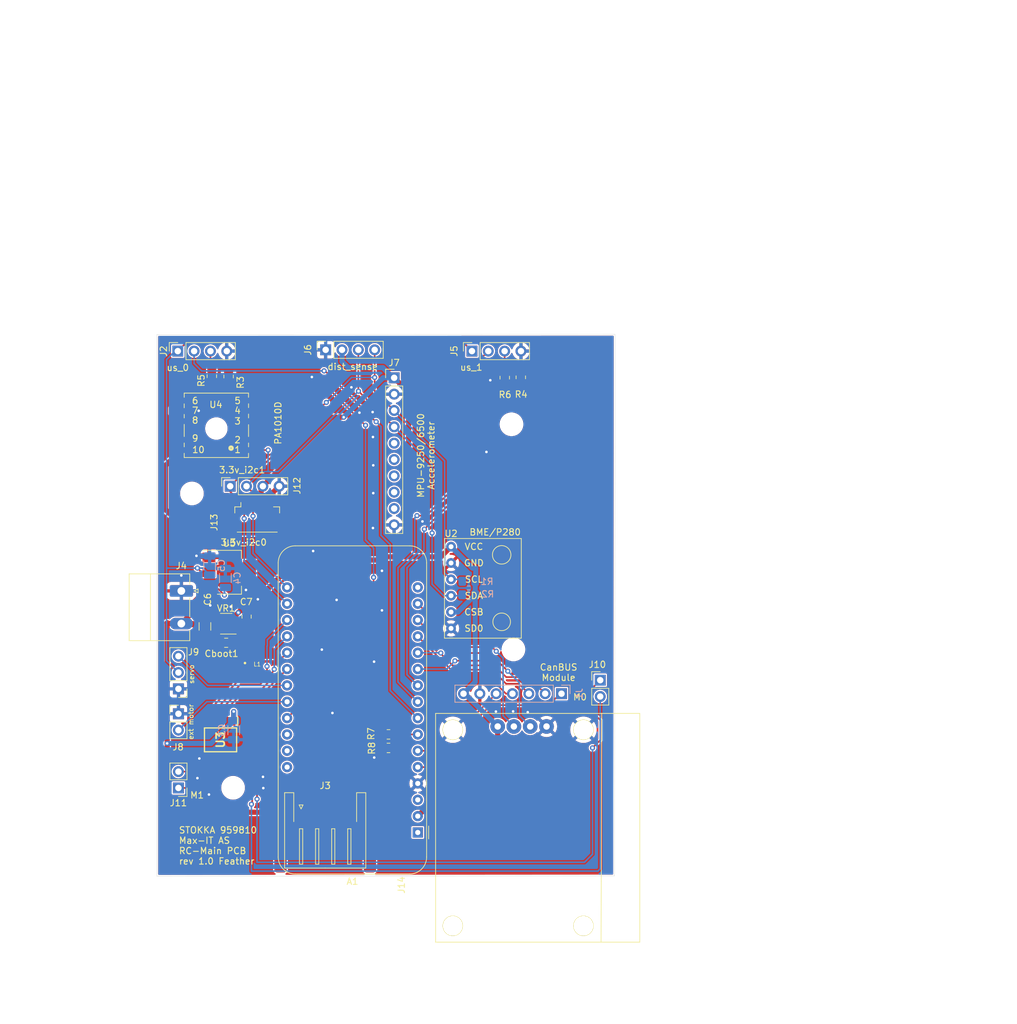
<source format=kicad_pcb>
(kicad_pcb (version 20211014) (generator pcbnew)
  (title_block (title "RC-Main PCB") (date "2022-11-10") (rev "1.0") (company "Max-IT AS") (comment 1 "RC-Bachelor project"))
  (layers (0 "F.Cu" signal) (31 "B.Cu" signal) (34 "B.Paste" user) (35 "F.Paste" user) (36 "B.SilkS" user "B.Silkscreen") (37 "F.SilkS" user "F.Silkscreen") (38 "B.Mask" user) (39 "F.Mask" user) (44 "Edge.Cuts" user))
  (net 0 "")
  (net 1 "+3V3")
  (net 2 "VDD")
  (net 3 "/can_INT")
  (net 4 "/can_SCK")
  (net 5 "/can_SI")
  (net 6 "/can_SO")
  (net 7 "/can_cs")
  (net 8 "+5V")
  (net 9 "/us_0_trig")
  (net 10 "Net-(J2-Pad3)")
  (net 11 "/us_1_trig")
  (net 12 "Net-(J5-Pad3)")
  (net 18 "/us_0_echo")
  (net 19 "/us_1_echo")
  (net 20 "I2c-SDA")
  (net 21 "I2c-SCL")
  (net 23 "Net-(Cboot1-Pad2)")
  (net 24 "Net-(Cboot1-Pad1)")
  (net 26 "GND")
  (net 27 "/motor_pwm")
  (net 28 "/servo_pwm")
  (net 31 "Net-(J10-Pad1)")
  (net 32 "Net-(J10-Pad2)")
  (net 33 "Net-(J11-Pad1)")
  (net 34 "Net-(J11-Pad2)")
  (net 35 "v_sense")
  (net 36 "/motor0_0")
  (net 37 "/motor0_1")
  (net 38 "/motor1_0")
  (net 39 "/motor1_1")
  (net 44 "/e73_Tx")
  (net 45 "/e73_Rx")
  (footprint "Resistor_SMD:R_0805_2012Metric_Pad1.20x1.40mm_HandSolder" (layer "F.Cu") (at 81.65 87.89 -90)
    (fp_text reference "R3")
    (fp_text value "20K")
  )
  (footprint "usini_sensors:module_bme280" (layer "F.Cu") (at 121.327 126.784)
    (fp_text reference "U2")
    (fp_text value "bme280")
  )
  (footprint "Connector_JST:JST_XH_S4B-XH-A-1_1x04_P2.50mm_Horizontal-SMD" (layer "F.Cu") (at 92.925 156.59)
    (fp_text reference "J3")
    (fp_text value "Conn_01x04_Male")
  )
  (footprint "Connector_Phoenix_MC_HighVoltage:PhoenixContact_MC_1,5_2-G-5.08_1x02_P5.08mm_Horizontal" (layer "F.Cu") (at 74.3 121.215 -90)
    (fp_text reference "J4")
    (fp_text value "Conn_01x02")
  )
  (footprint "Connector_PinSocket_2.54mm:PinSocket_1x04_P2.54mm_Vertical" (layer "F.Cu") (at 81.9 104.94 90)
    (fp_text reference "J12")
    (fp_text value "3.3v_i2c1")
  )
  (footprint "Resistor_SMD:R_0805_2012Metric_Pad1.20x1.40mm_HandSolder" (layer "F.Cu") (at 127.1 88.015 -90)
    (fp_text reference "R4")
    (fp_text value "20K")
  )
  (footprint "Capacitor_SMD:C_0805_2012Metric" (layer "F.Cu") (at 81.274 129.2735)
    (fp_text reference "Cboot1")
    (fp_text value "100nF, X7R/X5R, 16V")
  )
  (footprint "Capacitor_SMD:C_1206_3216Metric" (layer "F.Cu") (at 77.972 126.7335 90)
    (fp_text reference "C6")
    (fp_text value "4.7uF, 50V")
  )
  (footprint "Inductor_SMD:IND_SDR0403-120ML" (layer "F.Cu") (at 86.1 129.5275 90)
    (fp_text reference "L1")
    (fp_text value "12uH")
  )
  (footprint "Package_TO_SOT_SMD:SOT-23-6" (layer "F.Cu") (at 81.285 126.3165 180)
    (fp_text reference "VR1")
    (fp_text value "TPS560430X3FDBV")
  )
  (footprint "Capacitor_SMD:C_0805_2012Metric" (layer "F.Cu") (at 84.449 125.2095 -90)
    (fp_text reference "C7")
    (fp_text value "22uF, X7R/X5R, 10V")
  )
  (footprint "Connector_PinHeader_2.54mm:PinHeader_1x03_P2.54mm_Vertical" (layer "F.Cu") (at 73.85 136.44 180)
    (fp_text reference "J9")
    (fp_text value "Conn_01x03")
  )
  (footprint "pa1010d:GPS_module" (layer "F.Cu") (at 128.201 158.0354 90)
    (fp_text reference "J14")
    (fp_text value "GPS")
  )
  (footprint "Resistor_SMD:R_0805_2012Metric_Pad1.20x1.40mm_HandSolder" (layer "F.Cu") (at 106.5175 143.515)
    (fp_text reference "R7")
    (fp_text value "20K")
  )
  (footprint "Resistor_SMD:R_0805_2012Metric_Pad1.20x1.40mm_HandSolder" (layer "F.Cu") (at 124.6 88.065 90)
    (fp_text reference "R6")
    (fp_text value "10K")
  )
  (footprint "MountingHole:MountingHole_3.2mm_M3" (layer "F.Cu") (at 125.95 130.315)
    (fp_text reference "H1" hide)
    (fp_text value "MountingHole")
  )
  (footprint "MountingHole:MountingHole_3.2mm_M3" (layer "F.Cu") (at 82.35 151.815)
    (fp_text reference "H4" hide)
    (fp_text value "MountingHole")
  )
  (footprint "pa1010d:CDTop_MT3333_PA1010D" (layer "F.Cu") (at 79.75 95.973 180)
    (fp_text reference "U4")
    (fp_text value "PA1010D")
  )
  (footprint "Connector_PinHeader_2.54mm:PinHeader_1x02_P2.54mm_Vertical" (layer "F.Cu") (at 73.85 151.84 180)
    (fp_text reference "J11")
    (fp_text value "M1")
  )
  (footprint "MountingHole:MountingHole_3.2mm_M3" (layer "F.Cu") (at 75.95 106.065)
    (fp_text reference "H2" hide)
    (fp_text value "MountingHole")
  )
  (footprint "Connector_PinSocket_2.54mm:PinSocket_1x04_P2.54mm_Vertical" (layer "F.Cu") (at 96.75 83.74 90)
    (fp_text reference "J6")
    (fp_text value "dist_sense")
  )
  (footprint "Resistor_SMD:R_0805_2012Metric_Pad1.20x1.40mm_HandSolder" (layer "F.Cu") (at 79.05 87.84 90)
    (fp_text reference "R5")
    (fp_text value "10K")
  )
  (footprint "Package_TO_SOT_SMD:SOT-223" (layer "F.Cu") (at 81.75 118.315)
    (fp_text reference "U5")
    (fp_text value "TLV1117-50")
  )
  (footprint "MountingHole:MountingHole_3.2mm_M3" (layer "F.Cu") (at 125.65 95.315 90)
    (fp_text reference "H3" hide)
    (fp_text value "MountingHole")
  )
  (footprint "Connector_PinHeader_2.54mm:PinHeader_1x10_P2.54mm_Vertical" (layer "F.Cu") (at 107.4 88.09)
    (fp_text reference "J7")
    (fp_text value "mpu_9250")
  )
  (footprint "Connector_PinHeader_2.54mm:PinHeader_1x02_P2.54mm_Vertical" (layer "F.Cu") (at 73.85 140.315)
    (fp_text reference "J8")
    (fp_text value "Conn_01x02")
  )
  (footprint "Connector_PinSocket_2.54mm:PinSocket_1x04_P2.54mm_Vertical" (layer "F.Cu") (at 73.75 83.94 90)
    (fp_text reference "J2")
    (fp_text value "us_0")
  )
  (footprint "Connector_PinHeader_2.54mm:PinHeader_1x02_P2.54mm_Vertical" (layer "F.Cu") (at 139.45 135.09)
    (fp_text reference "J10")
    (fp_text value "M0")
  )
  (footprint "Resistor_SMD:R_0805_2012Metric_Pad1.20x1.40mm_HandSolder" (layer "F.Cu") (at 106.5175 145.615)
    (fp_text reference "R8")
    (fp_text value "10K")
  )
  (footprint "Module:Adafruit_Feather" (layer "F.Cu") (at 111.07 158.765 180)
    (fp_text reference "A1")
    (fp_text value "Adafruit_Feather_Generic")
  )
  (footprint "LB1948MC-AH:SOP100P620X155-10N" (layer "F.Cu") (at 80.4 144.365 -90)
    (fp_text reference "U3")
    (fp_text value "LB1948MC-AH" hide)
  )
  (footprint "Connector_Molex:Molex_PicoBlade_53398-0471_1x04-1MP_P1.25mm_Vertical" (layer "F.Cu") (at 86.1 109.365)
    (fp_text reference "J13")
    (fp_text value "3.3v_i2c0")
  )
  (footprint "Connector_PinSocket_2.54mm:PinSocket_1x04_P2.54mm_Vertical" (layer "F.Cu") (at 119.5 83.94 90)
    (fp_text reference "J5")
    (fp_text value "us_1")
  )
  (footprint "Resistor_SMD:R_0805_2012Metric_Pad1.20x1.40mm_HandSolder" (layer "B.Cu") (at 119 121.815)
    (fp_text reference "R2")
    (fp_text value "10K")
  )
  (footprint "Resistor_SMD:R_0805_2012Metric_Pad1.20x1.40mm_HandSolder" (layer "B.Cu") (at 119 119.715)
    (fp_text reference "R1")
    (fp_text value "10K")
  )
  (footprint "Capacitor_SMD:C_1206_3216Metric" (layer "B.Cu") (at 81.15 119.215 90)
    (fp_text reference "C4")
    (fp_text value "100nF")
  )
  (footprint "Capacitor_SMD:C_1206_3216Metric" (layer "B.Cu") (at 78.7 117.265 90)
    (fp_text reference "C5")
    (fp_text value "100nF")
  )
  (footprint "Connector_PinSocket_2.54mm:PinSocket_1x07_P2.54mm_Vertical" (layer "B.Cu") (at 133.425 137.19 90)
    (fp_text reference "J1")
    (fp_text value "can_module")
  )
  (footprint "Capacitor_SMD:C_1206_3216Metric" (layer "B.Cu") (at 82.45 142.865 -90)
    (fp_text reference "C3")
    (fp_text value "100nF")
  )
  (gr_line (start 70.5 81.365) (end 141.75 81.34) (layer "Edge.Cuts") (width 0.05))
  (gr_line (start 141.675 165.515) (end 70.5 165.565) (layer "Edge.Cuts") (width 0.05))
  (gr_line (start 70.5 165.565) (end 70.5 81.365) (layer "Edge.Cuts") (width 0.05))
  (gr_line (start 141.75 81.34) (end 141.675 165.515) (layer "Edge.Cuts") (width 0.05))
  (gr_text "MPU-9250/6500\nAccelerometer" (at 112.35 100.165 90) (layer "F.SilkS") (effects (font (size 1 1))))
  (gr_text "CanBUS\nModule" (at 132.975 133.89) (layer "F.SilkS") (effects (font (size 1 1))))
  (gr_text "servo" (at 75.9 134.165 90) (layer "F.SilkS") (effects (font (size 0.75 0.75) (thickness 0.125))))
  (gr_text "STOKKA 959810\nMax-IT AS\nRC-Main PCB\nrev 1.0 Feather" (at 73.85 160.815) (layer "F.SilkS") (effects (font (size 1 1)) (justify left)))
  (gr_text "ext motor" (at 75.8 141.565 90) (layer "F.SilkS") (effects (font (size 0.75 0.75) (thickness 0.125))))
  (segment (start 123.502 142.2874) (end 123.502 143.793) (width 0.8) (layer "F.Cu") (net 1))
  (segment (start 87.75 127.573) (end 87.75 129.5275) (width 0.8) (layer "F.Cu") (net 1))
  (segment (start 105.3 116.415) (end 105.796 115.919) (width 0.8) (layer "F.Cu") (net 1))
  (segment (start 86.98 104.94) (end 86.98 104.985) (width 0.8) (layer "F.Cu") (net 1))
  (segment (start 86.725 110.89) (end 86.725 108.115) (width 0.8) (layer "F.Cu") (net 1))
  (segment (start 109.654 115.919) (end 109.654 90.344) (width 0.8) (layer "F.Cu") (net 1))
  (segment (start 99.55 94.215) (end 97.705 94.215) (width 0.8) (layer "F.Cu") (net 1))
  (segment (start 87.9 120.765) (end 92.25 116.415) (width 0.8) (layer "F.Cu") (net 1))
  (segment (start 86.7 105.265) (end 86.7 108.09) (width 0.8) (layer "F.Cu") (net 1))
  (segment (start 71.85 101.723) (end 74.25 99.323) (width 0.8) (layer "F.Cu") (net 1))
  (segment (start 92.25 116.415) (end 89.05 113.215) (width 0.8) (layer "F.Cu") (net 1))
  (segment (start 97.705 94.215) (end 86.98 104.94) (width 0.8) (layer "F.Cu") (net 1))
  (segment (start 86.621 126.444) (end 87.75 127.573) (width 0.8) (layer "F.Cu") (net 1))
  (segment (start 123.502 143.793) (end 111.07 156.225) (width 0.8) (layer "F.Cu") (net 1))
  (segment (start 86.98 104.985) (end 86.7 105.265) (width 0.8) (layer "F.Cu") (net 1))
  (segment (start 76.5 113.215) (end 71.85 108.565) (width 0.8) (layer "F.Cu") (net 1))
  (segment (start 84.449 124.272) (end 83.4795 124.272) (width 0.8) (layer "F.Cu") (net 1))
  (segment (start 89.05 113.215) (end 86.725 110.89) (width 0.8) (layer "F.Cu") (net 1))
  (segment (start 83.4795 124.272) (end 83.16825 124.58325) (width 0.8) (layer "F.Cu") (net 1))
  (segment (start 114.666 115.919) (end 116.247 114.338) (width 0.8) (layer "F.Cu") (net 1))
  (segment (start 105.796 115.919) (end 109.654 115.919) (width 0.8) (layer "F.Cu") (net 1))
  (segment (start 71.85 108.565) (end 71.85 101.723) (width 0.8) (layer "F.Cu") (net 1))
  (segment (start 87.75 129.5275) (end 87.75 120.915) (width 0.8) (layer "F.Cu") (net 1))
  (segment (start 109.654 115.919) (end 114.666 115.919) (width 0.8) (layer "F.Cu") (net 1))
  (segment (start 83.16825 124.58325) (end 82.385 125.3665) (width 0.8) (layer "F.Cu") (net 1))
  (segment (start 86.7 108.09) (end 86.725 108.115) (width 0.8) (layer "F.Cu") (net 1))
  (segment (start 84.449 124.272) (end 86.621 126.444) (width 0.8) (layer "F.Cu") (net 1))
  (segment (start 89.05 113.215) (end 76.5 113.215) (width 0.8) (layer "F.Cu") (net 1))
  (segment (start 87.75 120.915) (end 87.9 120.765) (width 0.8) (layer "F.Cu") (net 1))
  (segment (start 109.654 90.344) (end 107.4 88.09) (width 0.8) (layer "F.Cu") (net 1))
  (segment (start 92.25 116.415) (end 105.3 116.415) (width 0.8) (layer "F.Cu") (net 1))
  (via (at 83.16825 124.58325) (size 0.8) (drill 0.4) (layers "F.Cu" "B.Cu") (net 1))
  (via (at 99.55 94.215) (size 0.8) (drill 0.4) (layers "F.Cu" "B.Cu") (net 1))
  (segment (start 107.4 88.09) (end 105.675 88.09) (width 0.8) (layer "B.Cu") (net 1))
  (segment (start 105.65 86.515) (end 100.25 86.515) (width 0.8) (layer "B.Cu") (net 1))
  (segment (start 118.4046 137.19) (end 123.502 142.2874) (width 0.8) (layer "B.Cu") (net 1))
  (segment (start 120 121.815) (end 120 135.375) (width 0.8) (layer "B.Cu") (net 1))
  (segment (start 107.225 88.09) (end 105.65 86.515) (width 0.8) (layer "B.Cu") (net 1))
  (segment (start 82.98175 124.58325) (end 83.16825 124.58325) (width 0.25) (layer "B.Cu") (net 1))
  (segment (start 100.25 86.515) (end 99.29 85.555) (width 0.8) (layer "B.Cu") (net 1))
  (segment (start 120 135.375) (end 118.185 137.19) (width 0.8) (layer "B.Cu") (net 1))
  (segment (start 105.675 88.09) (end 99.55 94.215) (width 0.8) (layer "B.Cu") (net 1))
  (segment (start 118.185 137.19) (end 118.4046 137.19) (width 0.8) (layer "B.Cu") (net 1))
  (segment (start 119.574 117.665) (end 120.1 117.665) (width 0.8) (layer "B.Cu") (net 1))
  (segment (start 120 119.715) (end 120 121.815) (width 0.8) (layer "B.Cu") (net 1))
  (segment (start 116.247 114.338) (end 119.574 117.665) (width 0.8) (layer "B.Cu") (net 1))
  (segment (start 120.1 117.665) (end 120.1 119.615) (width 0.8) (layer "B.Cu") (net 1))
  (segment (start 99.29 85.555) (end 99.29 83.74) (width 0.8) (layer "B.Cu") (net 1))
  (segment (start 107.4 88.09) (end 107.225 88.09) (width 0.8) (layer "B.Cu") (net 1))
  (segment (start 117.317 124.498) (end 116.247 124.498) (width 0.8) (layer "B.Cu") (net 1))
  (segment (start 120 121.815) (end 117.317 124.498) (width 0.8) (layer "B.Cu") (net 1))
  (segment (start 88.075 155.615) (end 92.275 151.415) (width 0.8) (layer "F.Cu") (net 2))
  (segment (start 76.12675 123.08825) (end 76.12675 124.46825) (width 0.8) (layer "F.Cu") (net 2))
  (segment (start 96.1 151.415) (end 97.925 153.24) (width 0.8) (layer "F.Cu") (net 2))
  (segment (start 96.1 151.415) (end 104 143.515) (width 0.8) (layer "F.Cu") (net 2))
  (segment (start 82.45 141.44) (end 82.4 141.49) (width 0.8) (layer "F.Cu") (net 2))
  (segment (start 77.8685 128.1335) (end 76.03 126.295) (width 0.8) (layer "F.Cu") (net 2))
  (segment (start 85.65 155.615) (end 88.075 155.615) (width 0.8) (layer "F.Cu") (net 2))
  (segment (start 97.925 153.24) (end 97.925 155.29) (width 0.8) (layer "F.Cu") (net 2))
  (segment (start 73 155.615) (end 85.65 155.615) (width 0.8) (layer "F.Cu") (net 2))
  (segment (start 80.185 125.3665) (end 80.185 126.3165) (width 0.8) (layer "F.Cu") (net 2))
  (segment (start 77.972 127.5085) (end 79.164 126.3165) (width 0.8) (layer "F.Cu") (net 2))
  (segment (start 76.12675 123.08825) (end 78.6 120.615) (width 0.8) (layer "F.Cu") (net 2))
  (segment (start 72.1 144.915) (end 72.1 154.715) (width 0.8) (layer "F.Cu") (net 2))
  (segment (start 72.1 126.165) (end 72.195 126.26) (width 0.8) (layer "F.Cu") (net 2))
  (segment (start 77.972 128.1335) (end 77.8685 128.1335) (width 0.8) (layer "F.Cu") (net 2))
  (segment (start 72.1 154.715) (end 73 155.615) (width 0.8) (layer "F.Cu") (net 2))
  (segment (start 104 143.515) (end 105.5175 143.515) (width 0.8) (layer "F.Cu") (net 2))
  (segment (start 82.45 139.965) (end 82.45 141.44) (width 0.8) (layer "F.Cu") (net 2))
  (segment (start 79.75 120.615) (end 81 121.865) (width 0.25) (layer "F.Cu") (net 2))
  (segment (start 92.275 151.415) (end 96.1 151.415) (width 0.8) (layer "F.Cu") (net 2))
  (segment (start 72.195 126.26) (end 74.8325 126.26) (width 0.8) (layer "F.Cu") (net 2))
  (segment (start 76.12675 124.46825) (end 74.3 126.295) (width 0.8) (layer "F.Cu") (net 2))
  (segment (start 79.164 126.3165) (end 80.185 126.3165) (width 0.8) (layer "F.Cu") (net 2))
  (segment (start 76.03 126.295) (end 74.3 126.295) (width 0.8) (layer "F.Cu") (net 2))
  (segment (start 77.972 128.1335) (end 77.972 127.5085) (width 0.8) (layer "F.Cu") (net 2))
  (segment (start 78.6 120.615) (end 79.75 120.615) (width 0.25) (layer "F.Cu") (net 2))
  (segment (start 72.1 126.165) (end 72.1 144.915) (width 0.8) (layer "F.Cu") (net 2))
  (via (at 81 121.865) (size 0.8) (drill 0.4) (layers "F.Cu" "B.Cu") (net 2))
  (via (at 72.1 144.915) (size 0.8) (drill 0.4) (layers "F.Cu" "B.Cu") (net 2))
  (via (at 82.45 139.965) (size 0.8) (drill 0.4) (layers "F.Cu" "B.Cu") (net 2))
  (segment (start 82.45 141.39) (end 82.45 139.965) (width 0.8) (layer "B.Cu") (net 2))
  (segment (start 81 121.865) (end 81 120.84) (width 0.25) (layer "B.Cu") (net 2))
  (segment (start 78.925 144.915) (end 82.45 141.39) (width 0.8) (layer "B.Cu") (net 2))
  (segment (start 81 120.84) (end 81.15 120.69) (width 0.25) (layer "B.Cu") (net 2))
  (segment (start 72.1 144.915) (end 78.925 144.915) (width 0.8) (layer "B.Cu") (net 2))
  (segment (start 116.435 148.605) (end 120.9 144.14) (width 0.25) (layer "F.Cu") (net 3))
  (segment (start 111.07 148.605) (end 116.435 148.605) (width 0.25) (layer "F.Cu") (net 3))
  (segment (start 133.225 137.19) (end 133.425 137.19) (width 0.25) (layer "F.Cu") (net 3))
  (segment (start 120.9 144.14) (end 120.9 140.49) (width 0.25) (layer "F.Cu") (net 3))
  (segment (start 122.425 138.965) (end 131.45 138.965) (width 0.25) (layer "F.Cu") (net 3))
  (segment (start 131.45 138.965) (end 133.225 137.19) (width 0.25) (layer "F.Cu") (net 3))
  (segment (start 120.9 140.49) (end 122.425 138.965) (width 0.25) (layer "F.Cu") (net 3))
  (segment (start 122.275 132.065) (end 116.875 132.065) (width 0.25) (layer "F.Cu") (net 4))
  (segment (start 124.825 134.615) (end 122.275 132.065) (width 0.25) (layer "F.Cu") (net 4))
  (segment (start 130.885 137.19) (end 128.31 134.615) (width 0.25) (layer "F.Cu") (net 4))
  (segment (start 116.875 132.065) (end 116.85 132.09) (width 0.25) (layer "F.Cu") (net 4))
  (segment (start 128.31 134.615) (end 124.825 134.615) (width 0.25) (layer "F.Cu") (net 4))
  (via (at 116.85 132.09) (size 0.8) (drill 0.4) (layers "F.Cu" "B.Cu") (net 4))
  (segment (start 116.85 132.09) (end 115.575 133.365) (width 0.25) (layer "B.Cu") (net 4))
  (segment (start 115.575 133.365) (end 111.07 133.365) (width 0.25) (layer "B.Cu") (net 4))
  (segment (start 116.475 132.79) (end 114.65 130.965) (width 0.25) (layer "F.Cu") (net 5))
  (segment (start 126.795 135.64) (end 124.8 135.64) (width 0.25) (layer "F.Cu") (net 5))
  (segment (start 121.95 132.79) (end 116.475 132.79) (width 0.25) (layer "F.Cu") (net 5))
  (segment (start 114.65 130.965) (end 114.65 130.865) (width 0.25) (layer "F.Cu") (net 5))
  (segment (start 128.345 137.19) (end 126.795 135.64) (width 0.25) (layer "F.Cu") (net 5))
  (segment (start 124.8 135.64) (end 121.95 132.79) (width 0.25) (layer "F.Cu") (net 5))
  (via (at 114.65 130.865) (size 0.8) (drill 0.4) (layers "F.Cu" "B.Cu") (net 5))
  (segment (start 114.61 130.825) (end 111.07 130.825) (width 0.25) (layer "B.Cu") (net 5))
  (segment (start 114.65 130.865) (end 114.61 130.825) (width 0.25) (layer "B.Cu") (net 5))
  (segment (start 116.25 133.465) (end 111.07 128.285) (width 0.25) (layer "F.Cu") (net 6))
  (segment (start 124.78528 137.19) (end 121.06028 133.465) (width 0.25) (layer "F.Cu") (net 6))
  (segment (start 121.06028 133.465) (end 116.25 133.465) (width 0.25) (layer "F.Cu") (net 6))
  (segment (start 125.805 137.19) (end 124.78528 137.19) (width 0.25) (layer "F.Cu") (net 6))
  (segment (start 123.265 137.19) (end 120.15 140.305) (width 0.25) (layer "F.Cu") (net 7))
  (segment (start 120.15 143.69) (end 117.775 146.065) (width 0.25) (layer "F.Cu") (net 7))
  (segment (start 111.07 146.065) (end 117.775 146.065) (width 0.25) (layer "F.Cu") (net 7))
  (segment (start 120.15 140.305) (end 120.15 143.69) (width 0.25) (layer "F.Cu") (net 7))
  (segment (start 117.375 81.815) (end 75.875 81.815) (width 0.25) (layer "F.Cu") (net 8))
  (segment (start 77.45 118.315) (end 76.8 117.665) (width 0.25) (layer "F.Cu") (net 8))
  (segment (start 75.875 81.815) (end 73.75 83.94) (width 0.25) (layer "F.Cu") (net 8))
  (segment (start 119.5 83.94) (end 117.375 81.815) (width 0.25) (layer "F.Cu") (net 8))
  (segment (start 78.6 118.315) (end 77.45 118.315) (width 0.25) (layer "F.Cu") (net 8))
  (via (at 76.8 117.665) (size 0.8) (drill 0.4) (layers "F.Cu" "B.Cu") (net 8))
  (segment (start 77.625 117.665) (end 78.7 118.74) (width 0.25) (layer "B.Cu") (net 8))
  (segment (start 72 117.665) (end 72 85.265) (width 0.25) (layer "B.Cu") (net 8))
  (segment (start 73.325 83.94) (end 73.75 83.94) (width 0.25) (layer "B.Cu") (net 8))
  (segment (start 76.8 117.665) (end 77.625 117.665) (width 0.25) (layer "B.Cu") (net 8))
  (segment (start 76.8 117.665) (end 72 117.665) (width 0.25) (layer "B.Cu") (net 8))
  (segment (start 73.85 133.9) (end 72 132.05) (width 0.25) (layer "B.Cu") (net 8))
  (segment (start 72 85.265) (end 73.325 83.94) (width 0.25) (layer "B.Cu") (net 8))
  (segment (start 72 132.05) (end 72 117.665) (width 0.25) (layer "B.Cu") (net 8))
  (segment (start 96.5 87.015) (end 96.65 87.015) (width 0.25) (layer "F.Cu") (net 9))
  (segment (start 104.55 94.915) (end 104.6 94.915) (width 0.25) (layer "F.Cu") (net 9))
  (segment (start 96.65 87.015) (end 104.55 94.915) (width 0.25) (layer "F.Cu") (net 9))
  (via (at 104.6 94.915) (size 0.8) (drill 0.4) (layers "F.Cu" "B.Cu") (net 9))
  (via (at 96.5 87.015) (size 0.8) (drill 0.4) (layers "F.Cu" "B.Cu") (net 9))
  (segment (start 104.6 94.915) (end 105.35 95.665) (width 0.25) (layer "B.Cu") (net 9))
  (segment (start 106.8 136.715) (end 106.8 114.015) (width 0.25) (layer "B.Cu") (net 9))
  (segment (start 105.35 112.565) (end 106.8 114.015) (width 0.25) (layer "B.Cu") (net 9))
  (segment (start 77.45 87.015) (end 76.29 85.855) (width 0.25) (layer "B.Cu") (net 9))
  (segment (start 111.07 140.985) (end 106.8 136.715) (width 0.25) (layer "B.Cu") (net 9))
  (segment (start 96.5 87.015) (end 77.45 87.015) (width 0.25) (layer "B.Cu") (net 9))
  (segment (start 105.35 95.665) (end 105.35 112.565) (width 0.25) (layer "B.Cu") (net 9))
  (segment (start 76.29 85.855) (end 76.29 83.94) (width 0.25) (layer "B.Cu") (net 9))
  (segment (start 78.83 86.62) (end 79.05 86.84) (width 0.25) (layer "F.Cu") (net 10))
  (segment (start 78.83 83.94) (end 78.83 86.62) (width 0.25) (layer "F.Cu") (net 10))
  (segment (start 120.85 85.13) (end 122.04 83.94) (width 0.25) (layer "F.Cu") (net 11))
  (segment (start 112.4 109.515) (end 120.85 101.065) (width 0.25) (layer "F.Cu") (net 11))
  (segment (start 110.95 109.515) (end 112.4 109.515) (width 0.25) (layer "F.Cu") (net 11))
  (segment (start 120.85 101.065) (end 120.85 85.13) (width 0.25) (layer "F.Cu") (net 11))
  (via (at 110.95 109.515) (size 0.8) (drill 0.4) (layers "F.Cu" "B.Cu") (net 11))
  (segment (start 108 135.375) (end 108 117.615) (width 0.25) (layer "B.Cu") (net 11))
  (segment (start 110.6 109.865) (end 110.6 115.015) (width 0.25) (layer "B.Cu") (net 11))
  (segment (start 111.07 138.445) (end 108 135.375) (width 0.25) (layer "B.Cu") (net 11))
  (segment (start 110.95 109.515) (end 110.6 109.865) (width 0.25) (layer "B.Cu") (net 11))
  (segment (start 110.6 115.015) (end 108 117.615) (width 0.25) (layer "B.Cu") (net 11))
  (segment (start 124.58 83.94) (end 124.58 87.045) (width 0.25) (layer "F.Cu") (net 12))
  (segment (start 124.58 87.045) (end 124.6 87.065) (width 0.25) (layer "F.Cu") (net 12))
  (segment (start 102.95 95.465) (end 102.9 95.465) (width 0.25) (layer "F.Cu") (net 18))
  (segment (start 104.2 119.115) (end 104.2 127.535) (width 0.25) (layer "F.Cu") (net 18))
  (segment (start 81.675 88.865) (end 81.65 88.89) (width 0.25) (layer "F.Cu") (net 18))
  (segment (start 102.9 95.465) (end 96.3 88.865) (width 0.25) (layer "F.Cu") (net 18))
  (segment (start 104.2 127.535) (end 90.75 140.985) (width 0.25) (layer "F.Cu") (net 18))
  (segment (start 81.6 88.84) (end 81.65 88.89) (width 0.25) (layer "F.Cu") (net 18))
  (segment (start 79.05 88.84) (end 81.6 88.84) (width 0.25) (layer "F.Cu") (net 18))
  (segment (start 96.3 88.865) (end 81.675 88.865) (width 0.25) (layer "F.Cu") (net 18))
  (via (at 102.95 95.465) (size 0.8) (drill 0.4) (layers "F.Cu" "B.Cu") (net 18))
  (via (at 104.2 119.115) (size 0.8) (drill 0.4) (layers "F.Cu" "B.Cu") (net 18))
  (segment (start 102.95 113.315) (end 102.95 95.465) (width 0.25) (layer "B.Cu") (net 18))
  (segment (start 104.2 119.115) (end 104.2 114.565) (width 0.25) (layer "B.Cu") (net 18))
  (segment (start 104.2 114.565) (end 102.95 113.315) (width 0.25) (layer "B.Cu") (net 18))
  (segment (start 122.75 100.965) (end 112.1 111.615) (width 0.25) (layer "F.Cu") (net 19))
  (segment (start 124.6 89.065) (end 122.75 90.915) (width 0.25) (layer "F.Cu") (net 19))
  (segment (start 122.75 90.915) (end 122.75 100.965) (width 0.25) (layer "F.Cu") (net 19))
  (segment (start 124.6 89.065) (end 127.05 89.065) (width 0.25) (layer "F.Cu") (net 19))
  (segment (start 127.05 89.065) (end 127.1 89.015) (width 0.25) (layer "F.Cu") (net 19))
  (via (at 112.1 111.615) (size 0.8) (drill 0.4) (layers "F.Cu" "B.Cu") (net 19))
  (segment (start 111.07 135.905) (end 109.4 134.235) (width 0.25) (layer "B.Cu") (net 19))
  (segment (start 109.4 134.235) (end 109.4 117.615) (width 0.25) (layer "B.Cu") (net 19))
  (segment (start 112.033 114.982) (end 109.4 117.615) (width 0.25) (layer "B.Cu") (net 19))
  (segment (start 112.1 111.615) (end 112.033 111.682) (width 0.25) (layer "B.Cu") (net 19))
  (segment (start 112.033 111.682) (end 112.033 114.982) (width 0.25) (layer "B.Cu") (net 19))
  (segment (start 85.45 108.14) (end 85.475 108.115) (width 0.25) (layer "F.Cu") (net 20))
  (segment (start 101.83 83.74) (end 101.83 90.14) (width 0.25) (layer "F.Cu") (net 20))
  (segment (start 87.792 99.323) (end 87.8 99.315) (width 0.25) (layer "F.Cu") (net 20))
  (segment (start 85.475 105.975) (end 84.44 104.94) (width 0.25) (layer "F.Cu") (net 20))
  (segment (start 101.8525 90.1625) (end 107.4 95.71) (width 0.25) (layer "F.Cu") (net 20))
  (segment (start 85.475 108.115) (end 85.475 105.975) (width 0.25) (layer "F.Cu") (net 20))
  (segment (start 101.83 90.14) (end 101.8525 90.1625) (width 0.25) (layer "F.Cu") (net 20))
  (segment (start 85.45 109.59) (end 85.45 108.14) (width 0.25) (layer "F.Cu") (net 20))
  (segment (start 85.25 99.323) (end 87.792 99.323) (width 0.25) (layer "F.Cu") (net 20))
  (via (at 85.45 109.59) (size 0.8) (drill 0.4) (layers "F.Cu" "B.Cu") (net 20))
  (via (at 113.3 112.215) (size 0.8) (drill 0.4) (layers "F.Cu" "B.Cu") (net 20))
  (via (at 101.8525 90.1625) (size 0.8) (drill 0.4) (layers "F.Cu" "B.Cu") (net 20))
  (via (at 87.8 99.315) (size 0.8) (drill 0.4) (layers "F.Cu" "B.Cu") (net 20))
  (segment (start 89.35 102.665) (end 87.8 102.665) (width 0.25) (layer "B.Cu") (net 20))
  (segment (start 116.247 121.958) (end 117.857 121.958) (width 0.25) (layer "B.Cu") (net 20))
  (segment (start 85.45 115.365) (end 85.45 109.59) (width 0.25) (layer "B.Cu") (net 20))
  (segment (start 115.093 121.958) (end 113.3 120.165) (width 0.25) (layer "B.Cu") (net 20))
  (segment (start 116.247 121.958) (end 115.093 121.958) (width 0.25) (layer "B.Cu") (net 20))
  (segment (start 113.3 120.165) (end 113.3 112.215) (width 0.25) (layer "B.Cu") (net 20))
  (segment (start 87.8 102.665) (end 86.8 102.665) (width 0.25) (layer "B.Cu") (net 20))
  (segment (start 86.715 102.665) (end 86.8 102.665) (width 0.25) (layer "B.Cu") (net 20))
  (segment (start 113.3 101.61) (end 113.3 112.215) (width 0.25) (layer "B.Cu") (net 20))
  (segment (start 117.857 121.958) (end 118 121.815) (width 0.25) (layer "B.Cu") (net 20))
  (segment (start 107.4 95.71) (end 113.3 101.61) (width 0.25) (layer "B.Cu") (net 20))
  (segment (start 84.44 104.94) (end 86.715 102.665) (width 0.25) (layer "B.Cu") (net 20))
  (segment (start 90.75 120.665) (end 85.45 115.365) (width 0.25) (layer "B.Cu") (net 20))
  (segment (start 87.8 99.315) (end 87.8 102.665) (width 0.25) (layer "B.Cu") (net 20))
  (segment (start 101.8525 90.1625) (end 89.35 102.665) (width 0.25) (layer "B.Cu") (net 20))
  (segment (start 90.992 97.723) (end 91.1 97.615) (width 0.25) (layer "F.Cu") (net 21))
  (segment (start 96.8 91.915) (end 91.1 97.615) (width 0.25) (layer "F.Cu") (net 21))
  (segment (start 85.425 101.415) (end 81.9 104.94) (width 0.25) (layer "F.Cu") (net 21))
  (segment (start 96.85 91.915) (end 96.8 91.915) (width 0.25) (layer "F.Cu") (net 21))
  (segment (start 84.075 108.265) (end 84.225 108.115) (width 0.25) (layer "F.Cu") (net 21))
  (segment (start 84.075 109.965) (end 84.075 108.265) (width 0.25) (layer "F.Cu") (net 21))
  (segment (start 81.9 104.94) (end 81.9 105.79) (width 0.25) (layer "F.Cu") (net 21))
  (segment (start 81.9 105.79) (end 84.225 108.115) (width 0.25) (layer "F.Cu") (net 21))
  (segment (start 104.37 90.14) (end 107.4 93.17) (width 0.25) (layer "F.Cu") (net 21))
  (segment (start 87.3 101.415) (end 85.425 101.415) (width 0.25) (layer "F.Cu") (net 21))
  (segment (start 85.25 97.723) (end 90.992 97.723) (width 0.25) (layer "F.Cu") (net 21))
  (segment (start 104.37 83.74) (end 104.37 88.035) (width 0.25) (layer "F.Cu") (net 21))
  (segment (start 104.37 88.035) (end 104.37 90.14) (width 0.25) (layer "F.Cu") (net 21))
  (segment (start 91.1 97.615) (end 87.3 101.415) (width 0.25) (layer "F.Cu") (net 21))
  (via (at 96.85 91.915) (size 0.8) (drill 0.4) (layers "F.Cu" "B.Cu") (net 21))
  (via (at 104.37 88.035) (size 0.8) (drill 0.4) (layers "F.Cu" "B.Cu") (net 21))
  (via (at 84.075 109.965) (size 0.8) (drill 0.4) (layers "F.Cu" "B.Cu") (net 21))
  (segment (start 115.25 118.415) (end 115.25 101.02) (width 0.25) (layer "B.Cu") (net 21))
  (segment (start 116.247 119.418) (end 117.703 119.418) (width 0.25) (layer "B.Cu") (net 21))
  (segment (start 115.25 101.02) (end 107.4 93.17) (width 0.25) (layer "B.Cu") (net 21))
  (segment (start 90.75 123.205) (end 84.075 116.53) (width 0.25) (layer "B.Cu") (net 21))
  (segment (start 117.703 119.418) (end 118 119.715) (width 0.25) (layer "B.Cu") (net 21))
  (segment (start 116.247 119.418) (end 115.25 118.421) (width 0.25) (layer "B.Cu") (net 21))
  (segment (start 96.9 91.915) (end 100.78 88.035) (width 0.25) (layer "B.Cu") (net 21))
  (segment (start 84.075 116.53) (end 84.075 109.965) (width 0.25) (layer "B.Cu") (net 21))
  (segment (start 96.85 91.915) (end 96.9 91.915) (width 0.25) (layer "B.Cu") (net 21))
  (segment (start 100.78 88.035) (end 104.37 88.035) (width 0.25) (layer "B.Cu") (net 21))
  (segment (start 115.25 118.421) (end 115.25 118.415) (width 0.25) (layer "B.Cu") (net 21))
  (segment (start 82.2115 129.2735) (end 82.2115 127.44) (width 0.8) (layer "F.Cu") (net 23))
  (segment (start 82.2115 127.44) (end 82.385 127.2665) (width 0.8) (layer "F.Cu") (net 23))
  (segment (start 80.3365 129.2735) (end 81.53651 130.47351) (width 0.8) (layer "F.Cu") (net 24))
  (segment (start 80.185 129.122) (end 80.3365 129.2735) (width 0.8) (layer "F.Cu") (net 24))
  (segment (start 81.53651 130.47351) (end 83.50399 130.47351) (width 0.8) (layer "F.Cu") (net 24))
  (segment (start 80.185 127.2665) (end 80.185 129.122) (width 0.8) (layer "F.Cu") (net 24))
  (segment (start 83.50399 130.47351) (end 84.45 129.5275) (width 0.8) (layer "F.Cu") (net 24))
  (segment (start 76.992 93.223) (end 77 93.215) (width 0.8) (layer "F.Cu") (net 26))
  (segment (start 105.5175 145.615) (end 105.5175 145.8975) (width 0.8) (layer "F.Cu") (net 26))
  (segment (start 83.8459 126.147) (end 83.6764 126.3165) (width 0.8) (layer "F.Cu") (net 26))
  (segment (start 78.35 115.765) (end 78.6 116.015) (width 0.8) (layer "F.Cu") (net 26))
  (segment (start 74.25 93.223) (end 76.992 93.223) (width 0.8) (layer "F.Cu") (net 26))
  (segment (start 84.449 126.147) (end 83.8459 126.147) (width 0.8) (layer "F.Cu") (net 26))
  (segment (start 105.5175 145.8975) (end 104.3 147.115) (width 0.8) (layer "F.Cu") (net 26))
  (segment (start 76.65 115.765) (end 78.35 115.765) (width 0.8) (layer "F.Cu") (net 26))
  (segment (start 82.385 126.3165) (end 83.6764 126.3165) (width 0.8) (layer "F.Cu") (net 26))
  (segment (start 87.975 108.115) (end 87.975 106.485) (width 0.8) (layer "F.Cu") (net 26))
  (segment (start 87.975 106.485) (end 89.52 104.94) (width 0.8) (layer "F.Cu") (net 26))
  (via (at 100.75 89.565) (size 0.8) (drill 0.4) (layers "F.Cu" "B.Cu") (net 26))
  (via (at 77 93.215) (size 1) (drill 0.4) (layers "F.Cu" "B.Cu") (net 26))
  (via (at 104.15 106.015) (size 0.8) (drill 0.4) (layers "F.Cu" "B.Cu") (net 26))
  (via (at 128.175 140.065) (size 0.8) (drill 0.4) (layers "F.Cu" "B.Cu") (net 26))
  (via (at 87 150.115) (size 0.8) (drill 0.4) (layers "F.Cu" "B.Cu") (net 26))
  (via (at 125.9 139.94) (size 0.8) (drill 0.4) (layers "F.Cu" "B.Cu") (net 26))
  (via (at 104.275 132.215) (size 0.8) (drill 0.4) (layers "F.Cu" "B.Cu") (net 26))
  (via (at 105.5 118.09) (size 0.8) (drill 0.4) (layers "F.Cu" "B.Cu") (net 26))
  (via (at 104.3 147.115) (size 1) (drill 0.4) (layers "F.Cu" "B.Cu") (net 26))
  (via (at 82 123.665) (size 0.8) (drill 0.4) (layers "F.Cu" "B.Cu") (net 26))
  (via (at 76.8 150.315) (size 0.8) (drill 0.4) (layers "F.Cu" "B.Cu") (net 26))
  (via (at 104.15 101.69) (size 0.8) (drill 0.4) (layers "F.Cu" "B.Cu") (net 26))
  (via (at 104.05 93.415) (size 0.8) (drill 0.4) (layers "F.Cu" "B.Cu") (net 26))
  (via (at 104.1 111.44) (size 0.8) (drill 0.4) (layers "F.Cu" "B.Cu") (net 26))
  (via (at 122.35 88.465) (size 0.8) (drill 0.4) (layers "F.Cu" "B.Cu") (net 26))
  (via (at 102 93.515) (size 0.8) (drill 0.4) (layers "F.Cu" "B.Cu") (net 26))
  (via (at 87.05 151.865) (size 0.8) (drill 0.4) (layers "F.Cu" "B.Cu") (net 26))
  (via (at 78.6 152.865) (size 0.8) (drill 0.4) (layers "F.Cu" "B.Cu") (net 26))
  (via (at 123.225 139.965) (size 0.8) (drill 0.4) (layers "F.Cu" "B.Cu") (net 26))
  (via (at 84.35 121.065) (size 0.8) (drill 0.4) (layers "F.Cu" "B.Cu") (net 26))
  (via (at 98.45 122.615) (size 0.8) (drill 0.4) (layers "F.Cu" "B.Cu") (net 26))
  (via (at 105.5 124.24) (size 0.8) (drill 0.4) (layers "F.Cu" "B.Cu") (net 26))
  (via (at 94.8 115.015) (size 0.8) (drill 0.4) (layers "F.Cu" "B.Cu") (net 26))
  (via (at 76.65 115.765) (size 1) (drill 0.4) (layers "F.Cu" "B.Cu") (net 26))
  (via (at 121.75 99.615) (size 0.8) (drill 0.4) (layers "F.Cu" "B.Cu") (net 26))
  (via (at 94.6 87.965) (size 0.8) (drill 0.4) (layers "F.Cu" "B.Cu") (net 26))
  (via (at 77.1 147.265) (size 0.8) (drill 0.4) (layers "F.Cu" "B.Cu") (net 26))
  (via (at 74.3 118.815) (size 0.8) (drill 0.4) (layers "F.Cu" "B.Cu") (net 26))
  (via (at 104.1 97.29) (size 0.8) (drill 0.4) (layers "F.Cu" "B.Cu") (net 26))
  (via (at 97.8 140.19) (size 0.8) (drill 0.4) (layers "F.Cu" "B.Cu") (net 26))
  (via (at 78.8 123.465) (size 0.8) (drill 0.4) (layers "F.Cu" "B.Cu") (net 26))
  (via (at 111.8 110.415) (size 0.8) (drill 0.4) (layers "F.Cu" "B.Cu") (net 26))
  (via (at 86.2 122.515) (size 0.8) (drill 0.4) (layers "F.Cu" "B.Cu") (net 26))
  (via (at 96.15 130.34) (size 0.8) (drill 0.4) (layers "F.Cu" "B.Cu") (net 26))
  (segment (start 76.675 115.79) (end 76.65 115.765) (width 0.8) (layer "B.Cu") (net 26))
  (segment (start 78.7 115.79) (end 76.675 115.79) (width 0.8) (layer "B.Cu") (net 26))
  (segment (start 78.26 138.445) (end 73.85 142.855) (width 0.25) (layer "B.Cu") (net 27))
  (segment (start 90.75 138.445) (end 78.26 138.445) (width 0.25) (layer "B.Cu") (net 27))
  (segment (start 78.395 135.905) (end 73.85 131.36) (width 0.25) (layer "B.Cu") (net 28))
  (segment (start 90.75 135.905) (end 78.395 135.905) (width 0.25) (layer "B.Cu") (net 28))
  (segment (start 86.075 150.865) (end 86.075 153.565) (width 0.25) (layer "F.Cu") (net 31))
  (segment (start 82.4 147.24) (end 85.825 150.665) (width 0.25) (layer "F.Cu") (net 31))
  (segment (start 137.575 139.415) (end 137.575 136.965) (width 0.25) (layer "F.Cu") (net 31))
  (segment (start 139.5 141.34) (end 137.575 139.415) (width 0.25) (layer "F.Cu") (net 31))
  (segment (start 139.5 144.365) (end 139.5 141.34) (width 0.25) (layer "F.Cu") (net 31))
  (segment (start 85.825 150.665) (end 85.875 150.665) (width 0.25) (layer "F.Cu") (net 31))
  (segment (start 138.25 145.615) (end 139.5 144.365) (width 0.25) (layer "F.Cu") (net 31))
  (segment (start 137.575 136.965) (end 139.45 135.09) (width 0.25) (layer "F.Cu") (net 31))
  (segment (start 85.875 150.665) (end 86.075 150.865) (width 0.25) (layer "F.Cu") (net 31))
  (via (at 86.075 153.565) (size 0.8) (drill 0.4) (layers "F.Cu" "B.Cu") (net 31))
  (via (at 138.25 145.615) (size 0.8) (drill 0.4) (layers "F.Cu" "B.Cu") (net 31))
  (segment (start 138.25 162.14) (end 138.25 145.615) (width 0.25) (layer "B.Cu") (net 31))
  (segment (start 137 163.39) (end 138.075 162.315) (width 0.25) (layer "B.Cu") (net 31))
  (segment (start 86.075 163.39) (end 137 163.39) (width 0.25) (layer "B.Cu") (net 31))
  (segment (start 138.075 162.315) (end 138.25 162.14) (width 0.25) (layer "B.Cu") (net 31))
  (segment (start 86.075 153.565) (end 86.075 163.39) (width 0.25) (layer "B.Cu") (net 31))
  (segment (start 81.4 147.24) (end 81.4 148.365) (width 0.25) (layer "F.Cu") (net 32))
  (segment (start 81.7 148.665) (end 82.875 148.665) (width 0.25) (layer "F.Cu") (net 32))
  (segment (start 81.4 148.365) (end 81.7 148.665) (width 0.25) (layer "F.Cu") (net 32))
  (segment (start 82.875 148.665) (end 85.325 151.115) (width 0.25) (layer "F.Cu") (net 32))
  (segment (start 85.325 154.24) (end 85.2 154.365) (width 0.25) (layer "F.Cu") (net 32))
  (segment (start 85.325 151.115) (end 85.325 154.24) (width 0.25) (layer "F.Cu") (net 32))
  (via (at 85.2 154.365) (size 0.8) (drill 0.4) (layers "F.Cu" "B.Cu") (net 32))
  (segment (start 139.1 164.765) (end 85.2 164.765) (width 0.25) (layer "B.Cu") (net 32))
  (segment (start 139.45 137.63) (end 139.45 164.415) (width 0.25) (layer "B.Cu") (net 32))
  (segment (start 139.45 164.415) (end 139.1 164.765) (width 0.25) (layer "B.Cu") (net 32))
  (segment (start 85.2 164.765) (end 85.2 154.365) (width 0.25) (layer "B.Cu") (net 32))
  (segment (start 80.4 148.765) (end 77.325 151.84) (width 0.25) (layer "F.Cu") (net 33))
  (segment (start 77.325 151.84) (end 73.85 151.84) (width 0.25) (layer "F.Cu") (net 33))
  (segment (start 80.4 147.24) (end 80.4 148.765) (width 0.25) (layer "F.Cu") (net 33))
  (segment (start 73.85 149.3) (end 78.265 149.3) (width 0.25) (layer "F.Cu") (net 34))
  (segment (start 79.4 148.165) (end 79.4 147.24) (width 0.25) (layer "F.Cu") (net 34))
  (segment (start 78.265 149.3) (end 79.4 148.165) (width 0.25) (layer "F.Cu") (net 34))
  (segment (start 107.5175 143.515) (end 107.5175 145.615) (width 0.25) (layer "F.Cu") (net 35))
  (segment (start 111.07 143.525) (end 107.5275 143.525) (width 0.25) (layer "F.Cu") (net 35))
  (segment (start 107.5275 143.525) (end 107.5175 143.515) (width 0.25) (layer "F.Cu") (net 35))
  (segment (start 81.4 141.49) (end 81.4 139.515) (width 0.25) (layer "F.Cu") (net 36))
  (segment (start 84.05 136.865) (end 87.25 136.865) (width 0.25) (layer "F.Cu") (net 36))
  (segment (start 81.4 139.515) (end 84.05 136.865) (width 0.25) (layer "F.Cu") (net 36))
  (segment (start 87.25 136.865) (end 90.75 133.365) (width 0.25) (layer "F.Cu") (net 36))
  (segment (start 80.4 139.715) (end 83.75 136.365) (width 0.25) (layer "F.Cu") (net 37))
  (segment (start 89.585 131.99) (end 90.75 130.825) (width 0.25) (layer "F.Cu") (net 37))
  (segment (start 80.4 141.49) (end 80.4 139.715) (width 0.25) (layer "F.Cu") (net 37))
  (segment (start 89.45 133.815) (end 89.45 131.99) (width 0.25) (layer "F.Cu") (net 37))
  (segment (start 86.9 136.365) (end 89.45 133.815) (width 0.25) (layer "F.Cu") (net 37))
  (segment (start 83.75 136.365) (end 86.9 136.365) (width 0.25) (layer "F.Cu") (net 37))
  (segment (start 89.45 131.99) (end 89.585 131.99) (width 0.25) (layer "F.Cu") (net 37))
  (segment (start 79.4 141.49) (end 79.4 139.865) (width 0.25) (layer "F.Cu") (net 38))
  (segment (start 86.575 135.74) (end 88.75 133.565) (width 0.25) (layer "F.Cu") (net 38))
  (segment (start 79.4 139.865) (end 83.525 135.74) (width 0.25) (layer "F.Cu") (net 38))
  (segment (start 83.525 135.74) (end 86.575 135.74) (width 0.25) (layer "F.Cu") (net 38))
  (segment (start 88.75 133.565) (end 88.75 133.39) (width 0.25) (layer "F.Cu") (net 38))
  (via (at 88.75 133.39) (size 0.8) (drill 0.4) (layers "F.Cu" "B.Cu") (net 38))
  (segment (start 88.75 133.39) (end 88.75 130.285) (width 0.25) (layer "B.Cu") (net 38))
  (segment (start 88.75 130.285) (end 90.75 128.285) (width 0.25) (layer "B.Cu") (net 38))
  (segment (start 83.3 135.065) (end 86.325 135.065) (width 0.25) (layer "F.Cu") (net 39))
  (segment (start 86.325 135.065) (end 87.625 133.765) (width 0.25) (layer "F.Cu") (net 39))
  (segment (start 87.625 133.765) (end 87.625 132.94) (width 0.25) (layer "F.Cu") (net 39))
  (segment (start 78.4 139.965) (end 83.3 135.065) (width 0.25) (layer "F.Cu") (net 39))
  (segment (start 78.4 139.965) (end 78.4 141.49) (width 0.25) (layer "F.Cu") (net 39))
  (via (at 87.625 132.94) (size 0.8) (drill 0.4) (layers "F.Cu" "B.Cu") (net 39))
  (segment (start 87.675 129.74) (end 87.675 128.82) (width 0.25) (layer "B.Cu") (net 39))
  (segment (start 87.625 132.94) (end 87.625 129.79) (width 0.25) (layer "B.Cu") (net 39))
  (segment (start 87.625 129.79) (end 87.675 129.74) (width 0.25) (layer "B.Cu") (net 39))
  (segment (start 87.675 128.82) (end 90.75 125.745) (width 0.25) (layer "B.Cu") (net 39))
  (segment (start 112.575 124.69) (end 112.575 126.04) (width 0.25) (layer "F.Cu") (net 44))
  (segment (start 111.07 123.205) (end 112.43 124.565) (width 0.25) (layer "F.Cu") (net 44))
  (segment (start 122.625 129.94) (end 123.275 130.59) (width 0.25) (layer "F.Cu") (net 44))
  (segment (start 112.43 124.565) (end 112.45 124.565) (width 0.25) (layer "F.Cu") (net 44))
  (segment (start 122.275 129.94) (end 122.625 129.94) (width 0.25) (layer "F.Cu") (net 44))
  (segment (start 112.45 124.565) (end 112.575 124.69) (width 0.25) (layer "F.Cu") (net 44))
  (segment (start 112.575 126.04) (end 116.475 129.94) (width 0.25) (layer "F.Cu") (net 44))
  (segment (start 116.475 129.94) (end 122.275 129.94) (width 0.25) (layer "F.Cu") (net 44))
  (via (at 123.275 130.59) (size 0.8) (drill 0.4) (layers "F.Cu" "B.Cu") (net 44))
  (segment (start 124.34 131.655) (end 124.34 140.6108) (width 0.25) (layer "B.Cu") (net 44))
  (segment (start 124.34 140.6108) (end 126.0166 142.2874) (width 0.25) (layer "B.Cu") (net 44))
  (segment (start 123.275 130.59) (end 124.34 131.655) (width 0.25) (layer "B.Cu") (net 44))
  (segment (start 111.07 125.745) (end 116.19 130.865) (width 0.25) (layer "F.Cu") (net 45))
  (segment (start 116.19 130.865) (end 116.25 130.865) (width 0.25) (layer "F.Cu") (net 45))
  (segment (start 116.25 130.865) (end 122.25 130.865) (width 0.25) (layer "F.Cu") (net 45))
  (segment (start 122.25 130.865) (end 125.075 133.69) (width 0.25) (layer "F.Cu") (net 45))
  (via (at 125.075 133.69) (size 0.8) (drill 0.4) (layers "F.Cu" "B.Cu") (net 45))
  (segment (start 126.88 140.6108) (end 128.5566 142.2874) (width 0.25) (layer "B.Cu") (net 45))
  (segment (start 126.88 135.495) (end 126.88 140.6108) (width 0.25) (layer "B.Cu") (net 45))
  (segment (start 125.075 133.69) (end 126.88 135.495) (width 0.25) (layer "B.Cu") (net 45))
  (zone (net 26) (net_name "GND") (layers F&B.Cu) (connect_pads (clearance 0.208)) (min_thickness 0.254) (fill yes (thermal_gap 0.508) (thermal_bridge_width 0.508))
    (polygon (pts (xy 204.270774 149.351245) (xy 159.330357 150.04441) (xy 159.218935 188.54058) (xy 46.274998 187.648936) (xy 46.1 30.815) (xy 46.95 30.215) (xy 202.284354 29.363479)))
  )
)
</source>
